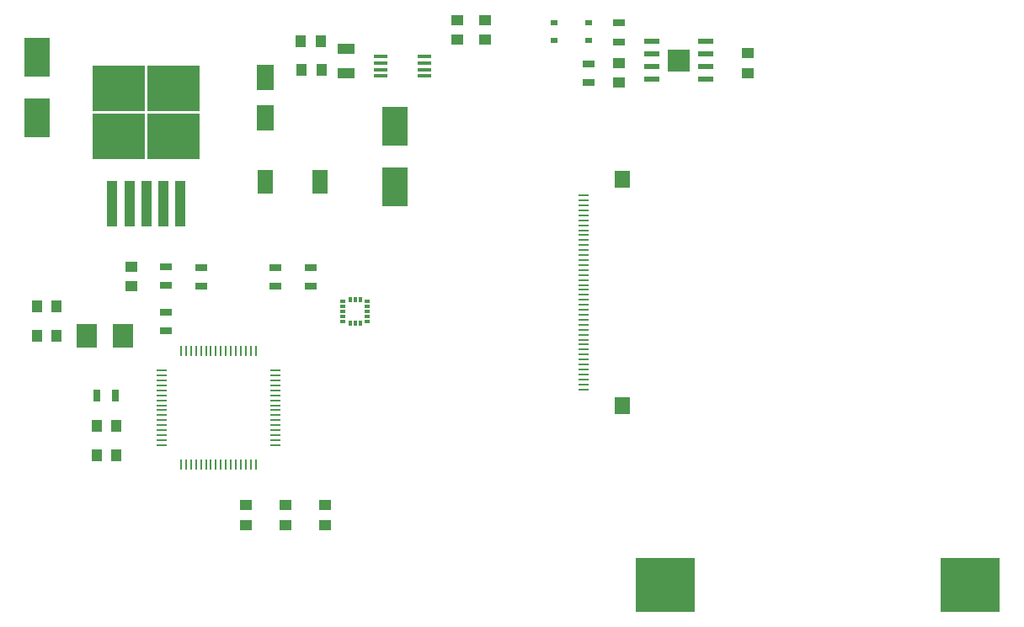
<source format=gbr>
G04 #@! TF.GenerationSoftware,KiCad,Pcbnew,5.1.0*
G04 #@! TF.CreationDate,2019-04-02T23:30:48-05:00*
G04 #@! TF.ProjectId,Cluster,436c7573-7465-4722-9e6b-696361645f70,rev?*
G04 #@! TF.SameCoordinates,Original*
G04 #@! TF.FileFunction,Paste,Top*
G04 #@! TF.FilePolarity,Positive*
%FSLAX46Y46*%
G04 Gerber Fmt 4.6, Leading zero omitted, Abs format (unit mm)*
G04 Created by KiCad (PCBNEW 5.1.0) date 2019-04-02 23:30:48*
%MOMM*%
%LPD*%
G04 APERTURE LIST*
%ADD10R,2.500000X4.000000*%
%ADD11R,1.250000X1.000000*%
%ADD12R,1.000000X1.250000*%
%ADD13R,1.100000X0.250000*%
%ADD14R,1.500000X1.700000*%
%ADD15R,1.500000X2.400000*%
%ADD16R,1.300000X0.700000*%
%ADD17R,0.700000X1.300000*%
%ADD18R,2.000000X2.400000*%
%ADD19R,1.800000X2.500000*%
%ADD20R,0.350000X0.520000*%
%ADD21R,0.520000X0.350000*%
%ADD22R,1.100000X4.600000*%
%ADD23R,5.250000X4.550000*%
%ADD24R,1.000000X0.250000*%
%ADD25R,0.250000X1.000000*%
%ADD26R,6.000000X5.500000*%
%ADD27R,0.800000X0.600000*%
%ADD28R,1.450000X0.450000*%
%ADD29R,1.500000X0.600000*%
%ADD30R,2.200000X2.200000*%
%ADD31R,1.800000X1.000000*%
G04 APERTURE END LIST*
D10*
X148000000Y-83500000D03*
X148000000Y-77400000D03*
D11*
X177000000Y-124500000D03*
X177000000Y-122500000D03*
X173000000Y-122500000D03*
X173000000Y-124500000D03*
D10*
X184000000Y-90500000D03*
X184000000Y-84400000D03*
D11*
X157500000Y-100500000D03*
X157500000Y-98500000D03*
D12*
X150000000Y-102500000D03*
X148000000Y-102500000D03*
X148000000Y-105500000D03*
X150000000Y-105500000D03*
X156000000Y-114500000D03*
X154000000Y-114500000D03*
D11*
X169000000Y-124500000D03*
X169000000Y-122500000D03*
D12*
X154000000Y-117500000D03*
X156000000Y-117500000D03*
D13*
X202950000Y-110840000D03*
X202950000Y-110340000D03*
X202950000Y-109840000D03*
X202950000Y-109340000D03*
X202950000Y-108840000D03*
X202950000Y-108340000D03*
X202950000Y-107840000D03*
X202950000Y-107340000D03*
X202950000Y-106840000D03*
X202950000Y-106340000D03*
X202950000Y-105840000D03*
X202950000Y-105340000D03*
X202950000Y-104840000D03*
X202950000Y-104340000D03*
X202950000Y-103840000D03*
X202950000Y-103340000D03*
X202950000Y-102840000D03*
X202950000Y-102340000D03*
X202950000Y-101840000D03*
X202950000Y-101340000D03*
X202950000Y-100840000D03*
X202950000Y-100340000D03*
X202950000Y-99840000D03*
X202950000Y-99340000D03*
X202950000Y-98840000D03*
X202950000Y-98340000D03*
X202950000Y-97840000D03*
X202950000Y-97340000D03*
X202950000Y-96840000D03*
X202950000Y-96340000D03*
X202950000Y-95840000D03*
X202950000Y-95340000D03*
X202950000Y-94840000D03*
X202950000Y-94340000D03*
X202950000Y-93840000D03*
X202950000Y-93340000D03*
X202950000Y-92840000D03*
X202950000Y-92340000D03*
X202950000Y-91840000D03*
X202950000Y-91340000D03*
D14*
X206850000Y-112500000D03*
X206850000Y-89700000D03*
D15*
X171000000Y-90000000D03*
X176500000Y-90000000D03*
D16*
X164500000Y-100500000D03*
X164500000Y-98600000D03*
X161000000Y-100400000D03*
X161000000Y-98500000D03*
X175500000Y-98600000D03*
X175500000Y-100500000D03*
X172000000Y-98600000D03*
X172000000Y-100500000D03*
X161000000Y-104950000D03*
X161000000Y-103050000D03*
D17*
X154000000Y-111500000D03*
X155900000Y-111500000D03*
D18*
X156700000Y-105500000D03*
X153000000Y-105500000D03*
D19*
X171000000Y-83500000D03*
X171000000Y-79500000D03*
D20*
X179500000Y-104225000D03*
X180000000Y-104225000D03*
X180500000Y-104225000D03*
D21*
X181225000Y-104000000D03*
X181225000Y-103500000D03*
X181225000Y-103000000D03*
X181225000Y-102500000D03*
X181225000Y-102000000D03*
D20*
X180500000Y-101775000D03*
X180000000Y-101775000D03*
X179500000Y-101775000D03*
D21*
X178775000Y-102000000D03*
X178775000Y-102500000D03*
X178775000Y-103000000D03*
X178775000Y-103500000D03*
X178775000Y-104000000D03*
D22*
X155600000Y-92150000D03*
X157300000Y-92150000D03*
X159000000Y-92150000D03*
X160700000Y-92150000D03*
X162400000Y-92150000D03*
D23*
X161775000Y-80575000D03*
X156225000Y-85425000D03*
X156225000Y-80575000D03*
X161775000Y-85425000D03*
D24*
X160550000Y-108950000D03*
X160550000Y-109450000D03*
X160550000Y-109950000D03*
X160550000Y-110450000D03*
X160550000Y-110950000D03*
X160550000Y-111450000D03*
X160550000Y-111950000D03*
X160550000Y-112450000D03*
X160550000Y-112950000D03*
X160550000Y-113450000D03*
X160550000Y-113950000D03*
X160550000Y-114450000D03*
X160550000Y-114950000D03*
X160550000Y-115450000D03*
X160550000Y-115950000D03*
X160550000Y-116450000D03*
D25*
X162500000Y-118400000D03*
X163000000Y-118400000D03*
X163500000Y-118400000D03*
X164000000Y-118400000D03*
X164500000Y-118400000D03*
X165000000Y-118400000D03*
X165500000Y-118400000D03*
X166000000Y-118400000D03*
X166500000Y-118400000D03*
X167000000Y-118400000D03*
X167500000Y-118400000D03*
X168000000Y-118400000D03*
X168500000Y-118400000D03*
X169000000Y-118400000D03*
X169500000Y-118400000D03*
X170000000Y-118400000D03*
D24*
X171950000Y-116450000D03*
X171950000Y-115950000D03*
X171950000Y-115450000D03*
X171950000Y-114950000D03*
X171950000Y-114450000D03*
X171950000Y-113950000D03*
X171950000Y-113450000D03*
X171950000Y-112950000D03*
X171950000Y-112450000D03*
X171950000Y-111950000D03*
X171950000Y-111450000D03*
X171950000Y-110950000D03*
X171950000Y-110450000D03*
X171950000Y-109950000D03*
X171950000Y-109450000D03*
X171950000Y-108950000D03*
D25*
X170000000Y-107000000D03*
X169500000Y-107000000D03*
X169000000Y-107000000D03*
X168500000Y-107000000D03*
X168000000Y-107000000D03*
X167500000Y-107000000D03*
X167000000Y-107000000D03*
X166500000Y-107000000D03*
X166000000Y-107000000D03*
X165500000Y-107000000D03*
X165000000Y-107000000D03*
X164500000Y-107000000D03*
X164000000Y-107000000D03*
X163500000Y-107000000D03*
X163000000Y-107000000D03*
X162500000Y-107000000D03*
D12*
X174550000Y-75850000D03*
X176550000Y-75850000D03*
X176600000Y-78700000D03*
X174600000Y-78700000D03*
D11*
X206500000Y-78000000D03*
X206500000Y-80000000D03*
X193089999Y-75675001D03*
X193089999Y-73675001D03*
X219500000Y-79000000D03*
X219500000Y-77000000D03*
X190269999Y-73675001D03*
X190269999Y-75675001D03*
D16*
X206500000Y-75900000D03*
X206500000Y-74000000D03*
D26*
X211200000Y-130500000D03*
X241800000Y-130500000D03*
D27*
X200000000Y-75700000D03*
X200000000Y-74000000D03*
X203500000Y-74000000D03*
X203500000Y-75700000D03*
D16*
X203500000Y-78100000D03*
X203500000Y-80000000D03*
D28*
X182550000Y-77375000D03*
X182550000Y-78025000D03*
X182550000Y-78675000D03*
X182550000Y-79325000D03*
X186950000Y-79325000D03*
X186950000Y-78675000D03*
X186950000Y-78025000D03*
X186950000Y-77375000D03*
D29*
X209800000Y-75800000D03*
X209800000Y-77070000D03*
X209800000Y-78340000D03*
X209800000Y-79610000D03*
X215250000Y-78340000D03*
X215250000Y-79610000D03*
X215250000Y-75800000D03*
X215250000Y-77070000D03*
D30*
X212550000Y-77750000D03*
D31*
X179100000Y-76550000D03*
X179100000Y-79050000D03*
M02*

</source>
